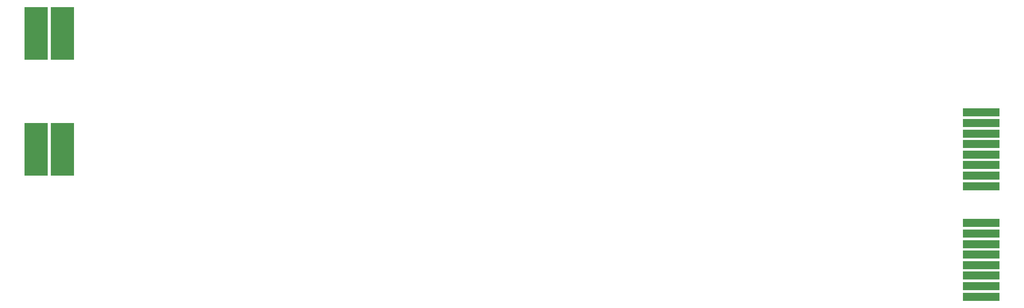
<source format=gbr>
%TF.GenerationSoftware,KiCad,Pcbnew,(6.0.1)*%
%TF.CreationDate,2022-11-16T23:08:11+09:00*%
%TF.ProjectId,iidx-refine-xsw,69696478-2d72-4656-9669-6e652d787377,rev?*%
%TF.SameCoordinates,Original*%
%TF.FileFunction,Paste,Top*%
%TF.FilePolarity,Positive*%
%FSLAX46Y46*%
G04 Gerber Fmt 4.6, Leading zero omitted, Abs format (unit mm)*
G04 Created by KiCad (PCBNEW (6.0.1)) date 2022-11-16 23:08:11*
%MOMM*%
%LPD*%
G01*
G04 APERTURE LIST*
%ADD10R,7.000000X1.500000*%
%ADD11R,4.500000X10.000000*%
G04 APERTURE END LIST*
D10*
%TO.C,J2*%
X232000000Y-50000000D03*
X232000000Y-52000000D03*
X232000000Y-54000000D03*
X232000000Y-56000000D03*
X232000000Y-58000000D03*
X232000000Y-60000000D03*
X232000000Y-62000000D03*
X232000000Y-64000000D03*
%TD*%
D11*
%TO.C,SW9*%
X52500000Y-57000000D03*
X57500000Y-57000000D03*
%TD*%
D10*
%TO.C,J1*%
X232000000Y-71000000D03*
X232000000Y-73000000D03*
X232000000Y-75000000D03*
X232000000Y-77000000D03*
X232000000Y-79000000D03*
X232000000Y-81000000D03*
X232000000Y-83000000D03*
X232000000Y-85000000D03*
%TD*%
D11*
%TO.C,SW8*%
X52500000Y-35000000D03*
X57500000Y-35000000D03*
%TD*%
M02*

</source>
